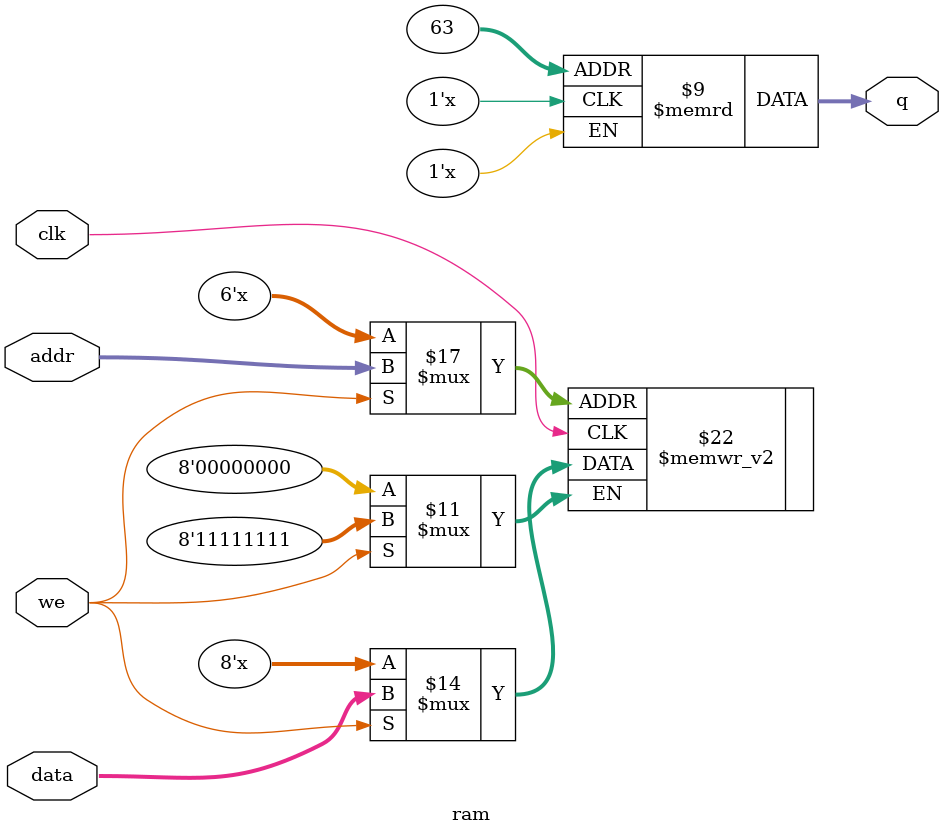
<source format=v>
module ram #(
    parameter ADDR_WIDTH=6,
    parameter DATA_WIDTH=8
) (
    input [DATA_WIDTH-1:0] data,
    input [ADDR_WIDTH-1:0] addr,
    input we, clk,
    output [7:0] q
);
reg [DATA_WIDTH-1:0] ram[2**ADDR_WIDTH-1:0];
// when we is high, write data to ram at address addr
// assign the ram value at address addr to q
always @(posedge clk)
begin
if (we)
ram[addr] <= data;
end
assign q = (
ram[2**ADDR_WIDTH-1]
);
endmodule

</source>
